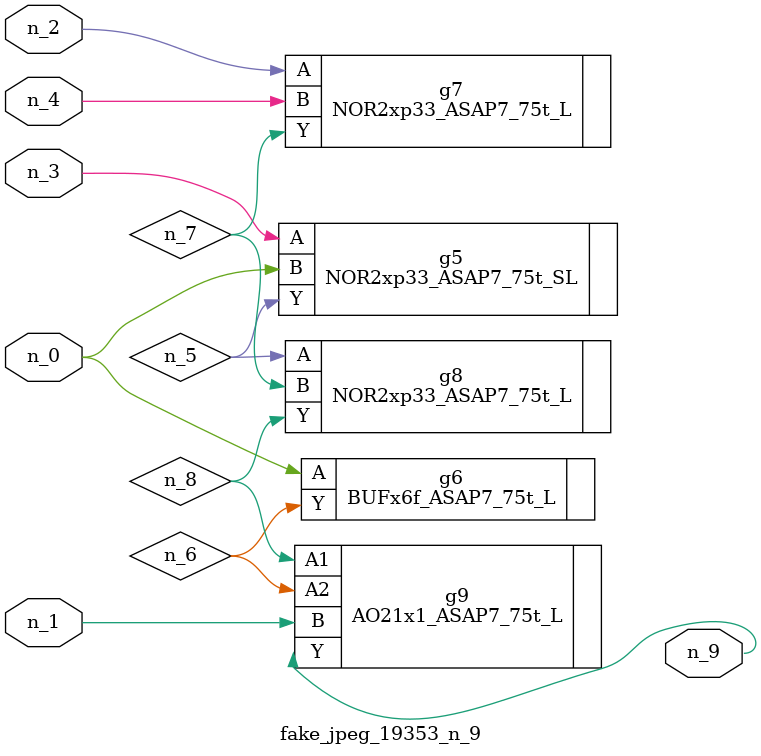
<source format=v>
module fake_jpeg_19353_n_9 (n_3, n_2, n_1, n_0, n_4, n_9);

input n_3;
input n_2;
input n_1;
input n_0;
input n_4;

output n_9;

wire n_8;
wire n_6;
wire n_5;
wire n_7;

NOR2xp33_ASAP7_75t_SL g5 ( 
.A(n_3),
.B(n_0),
.Y(n_5)
);

BUFx6f_ASAP7_75t_L g6 ( 
.A(n_0),
.Y(n_6)
);

NOR2xp33_ASAP7_75t_L g7 ( 
.A(n_2),
.B(n_4),
.Y(n_7)
);

NOR2xp33_ASAP7_75t_L g8 ( 
.A(n_5),
.B(n_7),
.Y(n_8)
);

AO21x1_ASAP7_75t_L g9 ( 
.A1(n_8),
.A2(n_6),
.B(n_1),
.Y(n_9)
);


endmodule
</source>
